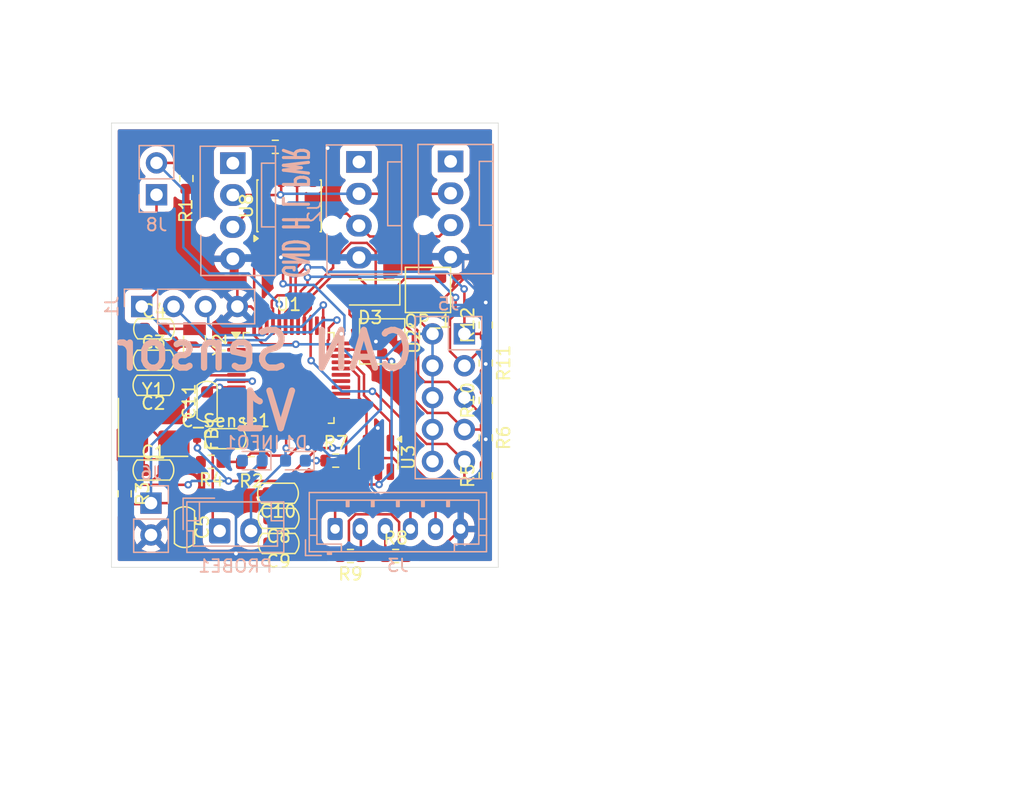
<source format=kicad_pcb>
(kicad_pcb
	(version 20241229)
	(generator "pcbnew")
	(generator_version "9.0")
	(general
		(thickness 1.6)
		(legacy_teardrops no)
	)
	(paper "A4")
	(layers
		(0 "F.Cu" signal)
		(2 "B.Cu" signal)
		(9 "F.Adhes" user "F.Adhesive")
		(11 "B.Adhes" user "B.Adhesive")
		(13 "F.Paste" user)
		(15 "B.Paste" user)
		(5 "F.SilkS" user "F.Silkscreen")
		(7 "B.SilkS" user "B.Silkscreen")
		(1 "F.Mask" user)
		(3 "B.Mask" user)
		(17 "Dwgs.User" user "User.Drawings")
		(19 "Cmts.User" user "User.Comments")
		(21 "Eco1.User" user "User.Eco1")
		(23 "Eco2.User" user "User.Eco2")
		(25 "Edge.Cuts" user)
		(27 "Margin" user)
		(31 "F.CrtYd" user "F.Courtyard")
		(29 "B.CrtYd" user "B.Courtyard")
		(35 "F.Fab" user)
		(33 "B.Fab" user)
		(39 "User.1" user)
		(41 "User.2" user)
		(43 "User.3" user)
		(45 "User.4" user)
	)
	(setup
		(pad_to_mask_clearance 0)
		(allow_soldermask_bridges_in_footprints no)
		(tenting front back)
		(pcbplotparams
			(layerselection 0x00000000_00000000_55555555_5755f5ff)
			(plot_on_all_layers_selection 0x00000000_00000000_00000000_00000000)
			(disableapertmacros no)
			(usegerberextensions no)
			(usegerberattributes yes)
			(usegerberadvancedattributes yes)
			(creategerberjobfile yes)
			(dashed_line_dash_ratio 12.000000)
			(dashed_line_gap_ratio 3.000000)
			(svgprecision 4)
			(plotframeref no)
			(mode 1)
			(useauxorigin no)
			(hpglpennumber 1)
			(hpglpenspeed 20)
			(hpglpendiameter 15.000000)
			(pdf_front_fp_property_popups yes)
			(pdf_back_fp_property_popups yes)
			(pdf_metadata yes)
			(pdf_single_document no)
			(dxfpolygonmode yes)
			(dxfimperialunits yes)
			(dxfusepcbnewfont yes)
			(psnegative no)
			(psa4output no)
			(plot_black_and_white yes)
			(sketchpadsonfab no)
			(plotpadnumbers no)
			(hidednponfab no)
			(sketchdnponfab yes)
			(crossoutdnponfab yes)
			(subtractmaskfromsilk no)
			(outputformat 1)
			(mirror no)
			(drillshape 1)
			(scaleselection 1)
			(outputdirectory "")
		)
	)
	(net 0 "")
	(net 1 "+3V3")
	(net 2 "/VREF")
	(net 3 "Net-(D3-A)")
	(net 4 "GND")
	(net 5 "unconnected-(U1-PB15-Pad28)")
	(net 6 "Net-(J2-Pin_2)")
	(net 7 "/SWDIO")
	(net 8 "Net-(J2-Pin_3)")
	(net 9 "/SWCLK")
	(net 10 "/BOOT")
	(net 11 "Net-(J3-Pin_3)")
	(net 12 "unconnected-(U1-PB10-Pad21)")
	(net 13 "unconnected-(U1-PA10-Pad31)")
	(net 14 "USB_D+")
	(net 15 "Net-(U1-OSC_IN)")
	(net 16 "CAN_POWER")
	(net 17 "Net-(J3-Pin_2)")
	(net 18 "unconnected-(U1-PC13-Pad2)")
	(net 19 "Net-(U1-OSC_OUT)")
	(net 20 "Net-(U8-Rs)")
	(net 21 "unconnected-(U1-PA7-Pad17)")
	(net 22 "unconnected-(U1-PB12-Pad25)")
	(net 23 "unconnected-(U1-PB14-Pad27)")
	(net 24 "unconnected-(U1-PA15-Pad38)")
	(net 25 "USB_BUS")
	(net 26 "USB_D-")
	(net 27 "unconnected-(U1-VBAT-Pad1)")
	(net 28 "unconnected-(U1-PB11-Pad22)")
	(net 29 "PB2")
	(net 30 "Net-(U1-PC14)")
	(net 31 "unconnected-(U1-PA5-Pad15)")
	(net 32 "unconnected-(U1-PA9-Pad30)")
	(net 33 "/NRST")
	(net 34 "P_GND")
	(net 35 "C_AB")
	(net 36 "unconnected-(U1-PA0-Pad10)")
	(net 37 "unconnected-(U1-PB13-Pad26)")
	(net 38 "unconnected-(U1-PA6-Pad16)")
	(net 39 "C_1")
	(net 40 "unconnected-(U1-PA8-Pad29)")
	(net 41 "Net-(U1-PC15)")
	(net 42 "TRIG_THRES")
	(net 43 "C_2")
	(net 44 "unconnected-(U1-PA2-Pad12)")
	(net 45 "Q")
	(net 46 "unconnected-(U1-PA4-Pad14)")
	(net 47 "unconnected-(U1-PA3-Pad13)")
	(net 48 "CAN_RX")
	(net 49 "CAN_TX")
	(net 50 "unconnected-(U8-Vref-Pad5)")
	(net 51 "C_4")
	(net 52 "C_8")
	(net 53 "unconnected-(U3-I{slash}O1-Pad6)")
	(net 54 "unconnected-(U3-I{slash}O2-Pad4)")
	(net 55 "Net-(D1-K)")
	(net 56 "Net-(INFO1-A)")
	(footprint "PCM_Package_TO_SOT_SMD_AKL:SOT-23" (layer "F.Cu") (at 126.45 52 -90))
	(footprint "Crystal:Crystal_SMD_3225-4Pin_3.2x2.5mm_HandSoldering" (layer "F.Cu") (at 108.2 58.85))
	(footprint "Package_TO_SOT_SMD:SOT-23-6" (layer "F.Cu") (at 126.15 61.2375 -90))
	(footprint "PCM_Capacitor_SMD_AKL:C_0603_1608Metric" (layer "F.Cu") (at 118.15 64.1 180))
	(footprint "Resistor_SMD:R_0603_1608Metric" (layer "F.Cu") (at 117.935 36.5 180))
	(footprint "Crystal:Crystal_SMD_3215-2Pin_3.2x1.5mm" (layer "F.Cu") (at 111.5 52.25 -90))
	(footprint "Resistor_SMD:R_0603_1608Metric" (layer "F.Cu") (at 134.7 56.7 90))
	(footprint "PCM_Capacitor_SMD_AKL:C_0603_1608Metric" (layer "F.Cu") (at 108.275 51))
	(footprint "Resistor_SMD:R_0603_1608Metric" (layer "F.Cu") (at 105.93 64.14 -90))
	(footprint "PCM_Package_TO_SOT_SMD_AKL:SOT-23" (layer "F.Cu") (at 130.1 47.9 180))
	(footprint "PCM_Capacitor_SMD_AKL:C_0603_1608Metric" (layer "F.Cu") (at 108.25 53.5))
	(footprint "PCM_Capacitor_SMD_AKL:C_0603_1608Metric" (layer "F.Cu") (at 112.5 56.8 90))
	(footprint "Diode_SMD:D_SOD-123" (layer "F.Cu") (at 125.5 48.1 180))
	(footprint "Resistor_SMD:R_0603_1608Metric" (layer "F.Cu") (at 123.925 69.1 180))
	(footprint "Resistor_SMD:R_0603_1608Metric" (layer "F.Cu") (at 110.85 39.025 -90))
	(footprint "Package_SO:SOIC-8_3.9x4.9mm_P1.27mm" (layer "F.Cu") (at 119.035 41.2 90))
	(footprint "PCM_Capacitor_SMD_AKL:C_0603_1608Metric" (layer "F.Cu") (at 118.2 66.1 180))
	(footprint "Resistor_SMD:R_0603_1608Metric" (layer "F.Cu") (at 134.7 59.675 -90))
	(footprint "Resistor_SMD:R_0603_1608Metric"
		(layer "F.Cu")
		(uuid "90107080-22df-4e40-9bc2-9e5c419827e2")
		(at 134.7 50.7 90)
		(descr "Resistor SMD 0603 (1608 Metric), square (rectangular) end terminal, IPC-7351 nominal, (Body size source: IPC-SM-782 page 72, https://www.pcb-3d.com/wordpress/wp-content/uploads/ipc-sm-782a_amendment_1_and_2.pdf), generated with kicad-footprint-generator")
		(tags "resistor")
		(property "Reference" "R12"
			(at 0 -1.43 90)
			(layer "F.SilkS")
			(uuid "06d27ab6-e237-440e-a6ec-0430fb10117f")
			(effects
				(font
					(size 1 1)
					(thickness 0.15)
				)
			)
		)
		(property "Value" "10kΩ"
			(at 0 1.43 90)
			(layer "F.Fab")
			(uuid "a9aceb40-8012-460c-a0a7-f650eaaa2c13")
			(effects
				(font
					(size 1 1)
					(thickness 0.15)
				)
			)
		)
		(property "Datasheet" "~"
			(at 0 0 90)
			(layer "F.Fab")
			(hide yes)
			(uuid "30e97a51-1e31-4a62-a644-bb4dece6ca04")
			(effects
				(font
					(size 1.27 1.27)
					(thickness 0.15)
				)
			)
		)
		(property "Description" "Resistor"
			(at 0 0 90)
			(layer "F.Fab")
			(hide yes)
			(uuid "d1929638-c81e-4dc8-865e-983a05ab6e15")
			(effects
				(font
					(size 1.27 1.27)
					(thickness 0.15)
				)
			)
		)
		(property "LCSC" "C25744"
			(at 0 0 90)
			(unlocked yes)
			(layer "F.Fab")
			(hide yes)
			(uuid "1476c5ce-09c4-4d7e-91e4-b881f46f5538")
			(effects
				(font
					(size 1 1)
					(thickness 0.15)
				)
			)
		)
		(property "Stock" "24372091"
			(at 0 0 90)
			(unlocked yes)
			(layer "F.Fab")
			(hide yes)
			(uuid "bb77f1d6-4ce5-445a-a9f7-3137bd3356b0")
			(effects
				(font
					(size 1 1)
					(thickness 0.15)
				)
			)
		)
		(property "Price" "0.004USD"
			(at 0 0 90)
			(unlocked yes)
			(layer "F.Fab")
			(hide yes)
			(uuid "207ea6c0-7cf1-44e8-b5b1-4a7083e65eda")
			(effects
				(font
					(size 1 1)
					(thickness 0.15)
				)
			)
		)
		(property "Process" "SMT"
			(at 0 0 90)
			(unlocked yes)
			(layer "F.Fab")
			(hide yes)
			(uuid "887a53d2-32a4-41fa-bc74-7f8026ef679d")
			(effects
				(font
					(size 1 1)
					(thickness 0.15)
				)
			)
		)
		(property "Minimum Qty" "20"
			(at 0 0 90)
			(unlocked yes)
			(layer "F.Fab")
			(hide yes)
			(uuid "70ab1511-57d4-456b-8f86-dff88ca61c47")
			(effects
				(font
					(size 1 1)
					(thickness 0.15)
				)
			)
		)
		(property "Attrition Qty" "10"
			(at 0 0 90)
			(unlocked yes)
			(layer "F.Fab")
			(hide yes)
			(uuid "fc52ba2e-c299-4c59-8817-61ac83e54a64")
			(effects
				(font
					(size 1 1)
					(thickness 0.15)
				)
			)
		)
		(property "Class" "Basic Component"
			(at 0 0 90)
			(unlocked yes)
			(layer "F.Fab")
			(hide yes)
			(uuid "1c6f4945-4b88-44f2-8304-8f96d4af0082")
			(effects
				(font
					(size 1 1)
					(thickness 0.15)
				)
			)
		)
		(property "Category" "Resistors,Chip Resistor - Surface Mount"
			(at 0 0 90)
			(unlocked yes)
			(layer "F.Fab")
			(hide yes)
			(uuid "277ea701-2cd7-4426-a59f-0e3b8ba00a21")
			(effects
				(font
					(size 1 1)
					(thickness 0.15)
				)
			)
		)
		(property "Manufacturer" "UNI-ROYAL(Uniroyal Elec)"
			(at 0 0 90)
			(unlocked yes)
			(layer "F.Fab")
			(hide yes)
			(uuid "24542db6-6f5b-4c65-96cb-5e0549b1812e")
			(effects
				(font
					(size 1 1)
					(thickness 0.15)
				)
			)
		)
		(property "Part" "0402WGF1002TCE"
			(at 0 0 90)
			(unlocked yes)
			(layer "F.Fab")
			(hide yes)
			(uuid "0819be84-8304-4cc6-b3bc-c3bdb4c706ca")
			(effects
				(font
					(size 1 1)
					(thickness 0.15)
				)
			)
		)
		(property "Resistance" "10kΩ"
			(at 0 0 90)
			(unlocked yes)
			(layer "F.Fab")
			(hide yes)
			(uuid "67823d6f-f3e0-444f-9d6e-f6425d0d16e8")
			(effects
				(font
					(size 1 1)
					(thickness 0.15)
				)
			)
		)
		(property "Power(Watts)" "62.5mW"
			(at 0 0 90)
			(unlocked yes)
			(layer "F.Fab")
			(hide yes)
			(uuid "46966358-a4ae-43c8-a75e-9f22950ceefa")
			(effects
				(font
					(size 1 1)
					(thickness 0.15)
				)
			)
		)
		(property "Type" "Thick Film Resistors"
			(at 0 0 90)
			(unlocked yes)
			(layer "F.Fab")
			(hide yes)
			(uuid "121da25a-524e-452b-9a43-05990773cf7b")
			(effects
				(font
					(size 1 1)
					(thickness 0.15)
				)
			)
		)
		(property "Overload Voltage (Max)" "50V"
			(at 0 0 90)
			(unlocked yes)
			(layer "F.Fab")
			(hide yes)
			(uuid "bd7335c9-8cb1-47db-8bd5-ccce90833398")
			(effects
				(font
					(size 1 1)
					(thickness 0.15)
				)
			)
		)
		(property "Operating Temperature Range" "-55°C~+155°C"
			(at 0 0 90)
			(unlocked yes)
			(layer "F.Fab")
			(hide yes)
			(uuid "9167e09b-e3b6-4090-aaec-c1d939be8cd3")
			(effects
				(font
					(size 1 1)
					(thickness 0.15)
				)
			)
		)
		(property "Tolerance" "±1%"
			(at 0 0 90)
			(unlocked yes)
			(layer "F.Fab")
			(hide yes)
			(uuid "c1e921f2-8e57-486e-a223-a1fad285e072")
			(effects
				(font
					(size 1 1)
					(thickness 0.15)
				)
			)
		)
		(property "Temperature Coefficient" "±100ppm/°C"
			(at 0 0 90)
			(unlocked yes)
			(layer "F.Fab")
			(hide yes)
			(uuid "b6d0cbe2-2ecc-4a31-907b-1641b6352290")
			(effects
				(font
					(size 1 1)
					(thickness 0.15)
				)
			)
		)
		(property "Actuator Style" ""
			(at 0 0 90)
			(unlocked yes)
			(layer "F.Fab")
			(hide yes)
			(uuid "c61fd8ed-f1f6-4098-80e8-40ae93932fc8")
			(effects
				(font
					(size 1 1)
					(thickness 0.15)
				)
			)
		)
		(property "Actuator/Cap Color" ""
			(at 0 0 90)
			(unlocked yes)
			(layer "F.Fab")
			(hide yes)
			(uuid "eed54d28-9c5a-4112-9aa3-24f78818238e")
			(effects
				(font
					(size 1 1)
					(thickness 0.15)
				)
			)
		)
		(property "Circuit" ""
			(at 0 0 90)
			(unlocked yes)
			(layer "F.Fab")
			(hide yes)
			(uuid "da1de5a6-0f43-4417-925b-07f1a0cf49fb")
			(effects
				(font
					(size 1 1)
					(thickness 0.15)
				)
			)
		)
		(property "Contact Current" ""
			(at 0 0 90)
			(unlocked yes)
			(layer "F.Fab")
			(hide yes)
			(uuid "efaf4d11-5e61-4d7d-87c7-5014d31d2f52")
			(effects
				(font
					(size 1 1)
					(thickness 0.15)
				)
			)
		)
		(property "Insulation Resistance" ""
			(at 0 0 90)
			(unlocked yes)
			(layer "F.Fab")
			(hide yes)
			(uuid "339127fb-f68f-4b91-877b-0e2f80433f41")
			(effects
				(font
					(size 1 1)
					(thickness 0.15)
				)
			)
		)
		(property "Mechanical Life" ""
			(at 0 0 90)
			(unlocked yes)
			(layer "F.Fab")
			(hide yes)
			(uuid "7efd3d35-62ad-44e6-b6bf-dc5860754121")
			(effects
				(font
					(size 1 1)
					(thickness 0.15)
				)
			)
		)
		(property "Mounting Style" ""
			(at 0 0 90)
			(unlocked yes)
			(layer "F.Fab")
			(hide yes)
			(uuid "dbb91a25-1b1d-4779-bea1-b2bc36251706")
			(effects
				(font
					(size 1 1)
					(thickness 0.15)
				)
			)
		)
		(property "Operating Force" ""
			(at 0 0 90)
			(unlocked yes)
			(layer "F.Fab")
			(hide yes)
			(uuid "7d6b1fda-044f-4edc-b3c7-bcb18b34d538")
			(effects
				(font
					(size 1 1)
					(thickness 0.15)
				)
			)
		)
		(property "Operating Temperature" ""
			(at 0 0 90)
			(unlocked yes)
			(layer "F.Fab")
			(hide yes)
			(uuid "1f883c58-2c53-4b85-8691-4fadcaf9bd8b")
			(effects
				(font
					(size 1 1)
					(thickness 0.15)
				)
			)
		)
		(property "Pin Style" ""
			(at 0 0 90)
			(unlocked yes)
			(layer "F.Fab")
			(hide yes)
			(uuid "f9d5eeae-d3be-4d24-a803-a5c46039b917")
			(effects
				(font
					(size 1 1)
					(thickness 0.15)
				)
			)
		)
		(property "Strike Gundam" ""
			(at 0 0 90)
			(unlocked yes)
			(layer "F.Fab")
			(hide yes)
			(uuid "b7ed6a51-8abc-455f-bfd3-c128d87e26a9")
			(effects
				(font
					(size 1 1)
					(thickness 0.15)
				)
			)
		)
		(property "Switch Height" ""
			(at 0 0 90)
			(unlocked yes)
			(layer "F.Fab")
			(hide yes)
			(uuid "c3df90ee-fc05-48a1-9473-043503aef006")
			(effects
				(font
					(size 1 1)
					(thickness 0.15)
				)
			)
		)
		(property "Switch Length" ""
			(at 0 0 90)
			(unlocked yes)
			(layer "F.Fab")
			(hide yes)
			(uuid "8348be29-2862-403c-9d39-6fe83278497a")
			(effects
				(font
					(size 1 1)
					(thickness 0.15)
				)
			)
		)
		(property "Switch Width" ""
			(at 0 0 90)
			(unlocked yes)
			(layer "F.Fab")
			(hide yes)
			(uuid "408b66c1-2818-4136-a626-dbb9ec851179")
			(effects
				(font
					(size 1 1)
					(thickness 0.15)
				)
			)
		)
		(property "Voltage Rating (Dc)" ""
			(at 0 0 90)
			(unlocked yes)
			(layer "F.Fab")
			(hide yes)
			(uuid "35ea13c8-2c04-426e-80ce-cd5335efe5d7")
			(effects
				(font
					(size 1 1)
					(thickness 0.15)
				)
			)
		)
		(property "With Lamp" ""
			(at 0 0 90)
			(unlocked yes)
			(layer "F.Fab")
			(hide yes)
			(uuid "6e2d1346-9a93-4768-942a-32e4dd9f85b0")
			(effects
				(font
					(size 1 1)
					(thickness 0.15)
				)
			)
		)
		(property ki_fp_filters "R_*")
		(path "/99123b74-74fe-40e7-a60c-c9a07e8fecc1")
		(sheetname "/")
		(sheetfile "sensor.kicad_sch")
		(attr smd)
		(fp_line
			(start -0.237258 -0.5225)
			(end 0.237258 -0.5225)
			(stroke
				(width 0.12)
				(type solid)
			)
			(layer "F.SilkS")
			(uuid "b38bd223-197a-4036-baea-87cdd1fff31c")
		)
		(fp_line
			(start -0.237258 0.5225)
			(end 0.237258 0.5225)
			(stroke
				(width 0.12)
				(type solid)
			)
			(layer "F.SilkS")
			(uuid "d591e5cf-8237-4172-9efc-9ce631cd6bcc")
		)
		(fp_line
			(start 1.48 -0.73)
			(end 1.48 0.73)
			(stroke
				(width 0.05)
				(type solid)
			)
			(layer "F.CrtYd")
			(uuid "6788e5e4-510e-4189-a9e7-0235b20f07c1")
		)
		(fp_line
			(start -1.48 -0.73)
			(end 1.48 -0.73)
			(stroke
				(width 0.05)
				(type solid)
			)
			(layer "F.CrtYd")
			(uuid "cef7bafc-4cc9-42cb-ab5f-7dd4a2cafbdf")
		)
		(fp_line
			(start 1.48 0.73)
			(end -1.48 0.73)
			(stroke
				(width 0.05)
				(type solid)
			)
			(layer "F.CrtYd")
			(uuid "33920072-d867-4d91-80b4-d54064f73f6d")
		)
		(fp_line
			(start -1.48 0.73)
			(end -1.48 -0.73)
			(stroke
				(width 0.05)
				(type solid)
			)
			(layer "F.CrtYd")
			(uuid "d46d0986-175c-46ff-8451-bc8e480db6a3")
		)
		(fp_line
		
... [463757 chars truncated]
</source>
